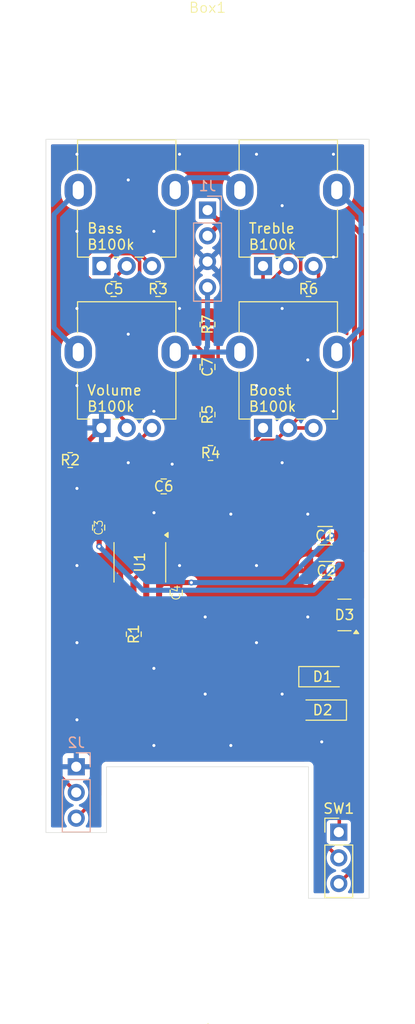
<source format=kicad_pcb>
(kicad_pcb (version 20241229) (generator "pcbnew") (generator_version "9.0")
  (layers (0 "F.Cu" jumper) (2 "B.Cu" signal) (13 "F.Paste" user) (15 "B.Paste" user) (5 "F.SilkS" user "F.Silkscreen") (7 "B.SilkS" user "B.Silkscreen") (1 "F.Mask" user) (3 "B.Mask" user) (25 "Edge.Cuts" user))
  (net 0 "")
  (net 1 "GND")
  (net 2 "Net-(C5-Pad1)")
  (net 3 "Net-(C5-Pad2)")
  (net 4 "Net-(D3-A)")
  (net 5 "+V")
  (net 6 "Net-(U1A--)")
  (net 7 "-V")
  (net 8 "IN")
  (net 9 "Net-(C7-Pad2)")
  (net 10 "OUT")
  (net 11 "Net-(R6-Pad1)")
  (net 12 "Net-(SW1-B)")
  (net 13 "Net-(R5-Pad1)")
  (net 14 "Net-(R7-Pad2)")
  (net 15 "Net-(D1-A)")
  (net 16 "OUT^{BAX}")
  (net 17 "IN^{TONE}")
  (net 18 "SHIELD")
  (footprint "Potentiometer_THT:Potentiometer_Alpha_RD901F-40-00D_Single_Vertical" (layer "F.Cu") (at 105.5 75.525 90)
    (property "Reference" "RV4" (hide yes))
    (property "Value" "Treble B100k" (hide yes))
    (fp_line (start 0.88 -2.38) (end 5.6 -2.38) (stroke (width 0.12)) (layer "F.SilkS"))
    (fp_line (start 9.41 -2.37) (end 12.47 -2.37) (stroke (width 0.12)) (layer "F.SilkS"))
    (fp_line (start 0.88 -1.19) (end 0.88 -2.37) (stroke (width 0.12)) (layer "F.SilkS"))
    (fp_line (start 0.88 1.71) (end 0.88 1.18) (stroke (width 0.12)) (layer "F.SilkS"))
    (fp_line (start 0.88 4.16) (end 0.88 3.33) (stroke (width 0.12)) (layer "F.SilkS"))
    (fp_line (start 12.47 7.37) (end 12.47 -2.37) (stroke (width 0.12)) (layer "F.SilkS"))
    (fp_line (start 9.41 7.37) (end 12.47 7.37) (stroke (width 0.12)) (layer "F.SilkS"))
    (fp_line (start 0.88 7.37) (end 0.88 5.88) (stroke (width 0.12)) (layer "F.SilkS"))
    (fp_line (start 0.88 7.37) (end 5.6 7.37) (stroke (width 0.12)) (layer "F.SilkS"))
    (pad "" thru_hole oval (at 7.5 -2.3 180) (size 2.72 3.24) (drill oval 1.1 1.8) (layers "*.Cu" "*.Mask"))
    (pad "" thru_hole oval (at 7.5 7.3 180) (size 2.72 3.24) (drill oval 1.1 1.8) (layers "*.Cu" "*.Mask"))
    (pad "1" thru_hole rect (at 0 0 180) (size 1.8 1.8) (drill 1) (layers "*.Cu" "*.Mask") (net 14 "Net-(R7-Pad2)"))
    (pad "2" thru_hole circle (at 0 2.5 180) (size 1.8 1.8) (drill 1) (layers "*.Cu" "*.Mask") (net 9 "Net-(C7-Pad2)"))
    (pad "3" thru_hole circle (at 0 5 180) (size 1.8 1.8) (drill 1) (layers "*.Cu" "*.Mask") (net 11 "Net-(R6-Pad1)"))
  )
  (footprint "Resistor_SMD:R_0805_2012Metric_Pad1.20x1.40mm_HandSolder" (layer "F.Cu") (at 92.7 111.9 90)
    (property "Reference" "R1" (at 0 0 90) (layer "F.SilkS"))
    (property "Value" "10k")
    (fp_line (start -0.227064 -0.735) (end 0.227064 -0.735) (stroke (width 0.12)) (layer "F.SilkS"))
    (fp_line (start -0.227064 0.735) (end 0.227064 0.735) (stroke (width 0.12)) (layer "F.SilkS"))
    (pad "1" smd roundrect (at -1 0 90) (size 1.2 1.4) (layers "F.Cu" "F.Mask" "F.Paste") (roundrect_rratio 0.208333) (net 8 "IN"))
    (pad "2" smd roundrect (at 1 0 90) (size 1.2 1.4) (layers "F.Cu" "F.Mask" "F.Paste") (roundrect_rratio 0.208333) (net 12 "Net-(SW1-B)"))
  )
  (footprint "Resistor_SMD:R_0805_2012Metric_Pad1.20x1.40mm_HandSolder" (layer "F.Cu") (at 100.3 94 180)
    (property "Reference" "R4" (at 0 0 0) (layer "F.SilkS"))
    (property "Value" "22k")
    (fp_line (start -0.227064 0.735) (end 0.227064 0.735) (stroke (width 0.12)) (layer "F.SilkS"))
    (fp_line (start -0.227064 -0.735) (end 0.227064 -0.735) (stroke (width 0.12)) (layer "F.SilkS"))
    (pad "1" smd roundrect (at -1 0 180) (size 1.2 1.4) (layers "F.Cu" "F.Mask" "F.Paste") (roundrect_rratio 0.208333) (net 16 "OUT^{BAX}"))
    (pad "2" smd roundrect (at 1 0 180) (size 1.2 1.4) (layers "F.Cu" "F.Mask" "F.Paste") (roundrect_rratio 0.208333) (net 3 "Net-(C5-Pad2)"))
  )
  (footprint "Mylib:1590A" (layer "F.Cu") (at 100 100)
    (property "Reference" "Box1" (at 0 -50 0) (layer "F.SilkS") (effects (font (thickness 0.1))))
    (property "Value" "1590A")
    (fp_line (start 0.05 50.375) (end 0.05 50.375) (stroke (width 0.1)) (layer "F.SilkS"))
  )
  (footprint "Resistor_SMD:R_0805_2012Metric_Pad1.20x1.40mm_HandSolder" (layer "F.Cu") (at 100 90.2 -90)
    (property "Reference" "R5" (at 0 0 90) (layer "F.SilkS"))
    (property "Value" "22k")
    (fp_line (start -0.227064 0.735) (end 0.227064 0.735) (stroke (width 0.12)) (layer "F.SilkS"))
    (fp_line (start -0.227064 -0.735) (end 0.227064 -0.735) (stroke (width 0.12)) (layer "F.SilkS"))
    (pad "1" smd roundrect (at -1 0 270) (size 1.2 1.4) (layers "F.Cu" "F.Mask" "F.Paste") (roundrect_rratio 0.208333) (net 13 "Net-(R5-Pad1)"))
    (pad "2" smd roundrect (at 1 0 270) (size 1.2 1.4) (layers "F.Cu" "F.Mask" "F.Paste") (roundrect_rratio 0.208333) (net 6 "Net-(U1A--)"))
  )
  (footprint "Resistor_SMD:R_0805_2012Metric_Pad1.20x1.40mm_HandSolder" (layer "F.Cu") (at 110 77.8 180)
    (property "Reference" "R6" (at 0 0 0) (layer "F.SilkS"))
    (property "Value" "10k")
    (fp_line (start -0.227064 0.735) (end 0.227064 0.735) (stroke (width 0.12)) (layer "F.SilkS"))
    (fp_line (start -0.227064 -0.735) (end 0.227064 -0.735) (stroke (width 0.12)) (layer "F.SilkS"))
    (pad "1" smd roundrect (at -1 0 180) (size 1.2 1.4) (layers "F.Cu" "F.Mask" "F.Paste") (roundrect_rratio 0.208333) (net 11 "Net-(R6-Pad1)"))
    (pad "2" smd roundrect (at 1 0 180) (size 1.2 1.4) (layers "F.Cu" "F.Mask" "F.Paste") (roundrect_rratio 0.208333) (net 17 "IN^{TONE}"))
  )
  (footprint "Resistor_SMD:R_0805_2012Metric_Pad1.20x1.40mm_HandSolder" (layer "F.Cu") (at 86.4 94.7)
    (property "Reference" "R2" (at 0 0 0) (layer "F.SilkS"))
    (property "Value" "12k")
    (fp_line (start -0.227064 -0.735) (end 0.227064 -0.735) (stroke (width 0.12)) (layer "F.SilkS"))
    (fp_line (start -0.227064 0.735) (end 0.227064 0.735) (stroke (width 0.12)) (layer "F.SilkS"))
    (pad "1" smd roundrect (at -1 0) (size 1.2 1.4) (layers "F.Cu" "F.Mask" "F.Paste") (roundrect_rratio 0.208333) (net 10 "OUT"))
    (pad "2" smd roundrect (at 1 0) (size 1.2 1.4) (layers "F.Cu" "F.Mask" "F.Paste") (roundrect_rratio 0.208333) (net 1 "GND"))
  )
  (footprint "Diode_SMD:D_SOD-123" (layer "F.Cu") (at 111.4 116.1)
    (property "Reference" "D1" (at 0 0 0) (layer "F.SilkS"))
    (property "Value" "BAT41Z")
    (fp_line (start -2.36 -1) (end -2.36 1) (stroke (width 0.12)) (layer "F.SilkS"))
    (fp_line (start -2.36 -1) (end 1.65 -1) (stroke (width 0.12)) (layer "F.SilkS"))
    (fp_line (start -2.36 1) (end 1.65 1) (stroke (width 0.12)) (layer "F.SilkS"))
    (pad "1" smd roundrect (at -1.65 0) (size 0.9 1.2) (layers "F.Cu" "F.Mask" "F.Paste") (net 17 "IN^{TONE}"))
    (pad "2" smd roundrect (at 1.65 0) (size 0.9 1.2) (layers "F.Cu" "F.Mask" "F.Paste") (net 15 "Net-(D1-A)"))
  )
  (footprint "Capacitor_SMD:C_0805_2012Metric_Pad1.18x1.45mm_HandSolder" (layer "F.Cu") (at 100 85.5 90)
    (property "Reference" "C7" (at 0 0 90) (layer "F.SilkS"))
    (property "Value" "560pF")
    (fp_line (start -0.261252 -0.735) (end 0.261252 -0.735) (stroke (width 0.12)) (layer "F.SilkS"))
    (fp_line (start -0.261252 0.735) (end 0.261252 0.735) (stroke (width 0.12)) (layer "F.SilkS"))
    (pad "1" smd roundrect (at -1.0375 0 90) (size 1.175 1.45) (layers "F.Cu" "F.Mask" "F.Paste") (roundrect_rratio 0.212766) (net 6 "Net-(U1A--)"))
    (pad "2" smd roundrect (at 1.0375 0 90) (size 1.175 1.45) (layers "F.Cu" "F.Mask" "F.Paste") (roundrect_rratio 0.212766) (net 9 "Net-(C7-Pad2)"))
  )
  (footprint "Resistor_SMD:R_0805_2012Metric_Pad1.20x1.40mm_HandSolder" (layer "F.Cu") (at 100 81.3 90)
    (property "Reference" "R7" (at 0 0 90) (layer "F.SilkS"))
    (property "Value" "10k")
    (fp_line (start -0.227064 -0.735) (end 0.227064 -0.735) (stroke (width 0.12)) (layer "F.SilkS"))
    (fp_line (start -0.227064 0.735) (end 0.227064 0.735) (stroke (width 0.12)) (layer "F.SilkS"))
    (pad "1" smd roundrect (at -1 0 90) (size 1.2 1.4) (layers "F.Cu" "F.Mask" "F.Paste") (roundrect_rratio 0.208333) (net 16 "OUT^{BAX}"))
    (pad "2" smd roundrect (at 1 0 90) (size 1.2 1.4) (layers "F.Cu" "F.Mask" "F.Paste") (roundrect_rratio 0.208333) (net 14 "Net-(R7-Pad2)"))
  )
  (footprint "Package_TO_SOT_SMD:SOT-23" (layer "F.Cu") (at 113.5625 110 180)
    (property "Reference" "D3" (at 0 0 0) (layer "F.SilkS"))
    (property "Value" "MMBD1203")
    (fp_line (start 0 1.56) (end 0.65 1.56) (stroke (width 0.12)) (layer "F.SilkS"))
    (fp_line (start 0 1.56) (end -0.65 1.56) (stroke (width 0.12)) (layer "F.SilkS"))
    (fp_line (start 0 -1.56) (end 0.65 -1.56) (stroke (width 0.12)) (layer "F.SilkS"))
    (fp_line (start 0 -1.56) (end -0.65 -1.56) (stroke (width 0.12)) (layer "F.SilkS"))
    (fp_poly (pts (xy -1.1625 -1.51) (xy -1.4025 -1.84) (xy -0.9225 -1.84)) (stroke (width 0.12)) (fill yes) (layer "F.SilkS"))
    (pad "1" smd roundrect (at -0.9375 -0.95 180) (size 1.475 0.6) (layers "F.Cu" "F.Mask" "F.Paste") (net 4 "Net-(D3-A)"))
    (pad "2" smd roundrect (at -0.9375 0.95 180) (size 1.475 0.6) (layers "F.Cu" "F.Mask" "F.Paste") (net 4 "Net-(D3-A)"))
    (pad "3" smd roundrect (at 0.9375 0 180) (size 1.475 0.6) (layers "F.Cu" "F.Mask" "F.Paste") (net 17 "IN^{TONE}"))
  )
  (footprint "Mylib:C_0704_1810Metric" (layer "F.Cu") (at 96.9 107.8 -90)
    (property "Reference" "C4" (at 0 0 90) (layer "F.SilkS") (effects (font (size 0.8 0.8) (thickness 0.1))))
    (property "Value" "0.1uF")
    (fp_line (start -0.25 0.6) (end 0.25 0.6) (stroke (width 0.12)) (layer "F.SilkS"))
    (fp_line (start -0.25 -0.6) (end 0.25 -0.6) (stroke (width 0.12)) (layer "F.SilkS"))
    (pad "1" smd roundrect (at -0.875 0 270) (size 0.9 1.25) (layers "F.Cu" "F.Mask" "F.Paste") (roundrect_rratio 0.2) (net 5 "+V"))
    (pad "2" smd roundrect (at 0.875 0 270) (size 0.9 1.25) (layers "F.Cu" "F.Mask" "F.Paste") (roundrect_rratio 0.2) (net 1 "GND"))
  )
  (footprint "Capacitor_SMD:C_0805_2012Metric_Pad1.18x1.45mm_HandSolder" (layer "F.Cu") (at 90.7 77.8 180)
    (property "Reference" "C5" (at 0 0 0) (layer "F.SilkS"))
    (property "Value" "47nF")
    (fp_line (start -0.261252 0.735) (end 0.261252 0.735) (stroke (width 0.12)) (layer "F.SilkS"))
    (fp_line (start -0.261252 -0.735) (end 0.261252 -0.735) (stroke (width 0.12)) (layer "F.SilkS"))
    (pad "1" smd roundrect (at -1.0375 0 180) (size 1.175 1.45) (layers "F.Cu" "F.Mask" "F.Paste") (roundrect_rratio 0.212766) (net 2 "Net-(C5-Pad1)"))
    (pad "2" smd roundrect (at 1.0375 0 180) (size 1.175 1.45) (layers "F.Cu" "F.Mask" "F.Paste") (roundrect_rratio 0.212766) (net 3 "Net-(C5-Pad2)"))
  )
  (footprint "Resistor_SMD:R_0805_2012Metric_Pad1.20x1.40mm_HandSolder" (layer "F.Cu") (at 95.1 77.8)
    (property "Reference" "R3" (at 0 0 0) (layer "F.SilkS"))
    (property "Value" "22k")
    (fp_line (start -0.227064 -0.735) (end 0.227064 -0.735) (stroke (width 0.12)) (layer "F.SilkS"))
    (fp_line (start -0.227064 0.735) (end 0.227064 0.735) (stroke (width 0.12)) (layer "F.SilkS"))
    (pad "1" smd roundrect (at -1 0) (size 1.2 1.4) (layers "F.Cu" "F.Mask" "F.Paste") (roundrect_rratio 0.208333) (net 2 "Net-(C5-Pad1)"))
    (pad "2" smd roundrect (at 1 0) (size 1.2 1.4) (layers "F.Cu" "F.Mask" "F.Paste") (roundrect_rratio 0.208333) (net 17 "IN^{TONE}"))
  )
  (footprint "Mylib:C_0704_1810Metric" (layer "F.Cu") (at 89.22 101.37 90)
    (property "Reference" "C3" (at 0 0 90) (layer "F.SilkS") (effects (font (size 0.8 0.8) (thickness 0.1))))
    (property "Value" "0.1uF")
    (fp_line (start -0.25 -0.6) (end 0.25 -0.6) (stroke (width 0.12)) (layer "F.SilkS"))
    (fp_line (start -0.25 0.6) (end 0.25 0.6) (stroke (width 0.12)) (layer "F.SilkS"))
    (pad "1" smd roundrect (at -0.875 0 90) (size 0.9 1.25) (layers "F.Cu" "F.Mask" "F.Paste") (roundrect_rratio 0.2) (net 7 "-V"))
    (pad "2" smd roundrect (at 0.875 0 90) (size 0.9 1.25) (layers "F.Cu" "F.Mask" "F.Paste") (roundrect_rratio 0.2) (net 1 "GND"))
  )
  (footprint "Potentiometer_THT:Potentiometer_Alpha_RD901F-40-00D_Single_Vertical" (layer "F.Cu") (at 105.5 91.525 90)
    (property "Reference" "RV2" (hide yes))
    (property "Value" "Boost B100k" (hide yes))
    (fp_line (start 0.88 -2.38) (end 5.6 -2.38) (stroke (width 0.12)) (layer "F.SilkS"))
    (fp_line (start 9.41 -2.37) (end 12.47 -2.37) (stroke (width 0.12)) (layer "F.SilkS"))
    (fp_line (start 0.88 -1.19) (end 0.88 -2.37) (stroke (width 0.12)) (layer "F.SilkS"))
    (fp_line (start 0.88 1.71) (end 0.88 1.18) (stroke (width 0.12)) (layer "F.SilkS"))
    (fp_line (start 0.88 4.16) (end 0.88 3.33) (stroke (width 0.12)) (layer "F.SilkS"))
    (fp_line (start 12.47 7.37) (end 12.47 -2.37) (stroke (width 0.12)) (layer "F.SilkS"))
    (fp_line (start 9.41 7.37) (end 12.47 7.37) (stroke (width 0.12)) (layer "F.SilkS"))
    (fp_line (start 0.88 7.37) (end 0.88 5.88) (stroke (width 0.12)) (layer "F.SilkS"))
    (fp_line (start 0.88 7.37) (end 5.6 7.37) (stroke (width 0.12)) (layer "F.SilkS"))
    (pad "" thru_hole oval (at 7.5 -2.3 180) (size 2.72 3.24) (drill oval 1.1 1.8) (layers "*.Cu" "*.Mask") (net 18 "SHIELD"))
    (pad "" thru_hole oval (at 7.5 7.3 180) (size 2.72 3.24) (drill oval 1.1 1.8) (layers "*.Cu" "*.Mask"))
    (pad "1" thru_hole rect (at 0 0 180) (size 1.8 1.8) (drill 1) (layers "*.Cu" "*.Mask") (net 12 "Net-(SW1-B)"))
    (pad "2" thru_hole circle (at 0 2.5 180) (size 1.8 1.8) (drill 1) (layers "*.Cu" "*.Mask") (net 17 "IN^{TONE}"))
    (pad "3" thru_hole circle (at 0 5 180) (size 1.8 1.8) (drill 1) (layers "*.Cu" "*.Mask") (net 17 "IN^{TONE}"))
  )
  (footprint "Capacitor_SMD:C_0805_2012Metric_Pad1.18x1.45mm_HandSolder" (layer "F.Cu") (at 95.6625 97.3)
    (property "Reference" "C6" (at 0 0 0) (layer "F.SilkS"))
    (property "Value" "10pF")
    (fp_line (start -0.261252 -0.735) (end 0.261252 -0.735) (stroke (width 0.12)) (layer "F.SilkS"))
    (fp_line (start -0.261252 0.735) (end 0.261252 0.735) (stroke (width 0.12)) (layer "F.SilkS"))
    (pad "1" smd roundrect (at -1.0375 0) (size 1.175 1.45) (layers "F.Cu" "F.Mask" "F.Paste") (roundrect_rratio 0.212766) (net 16 "OUT^{BAX}"))
    (pad "2" smd roundrect (at 1.0375 0) (size 1.175 1.45) (layers "F.Cu" "F.Mask" "F.Paste") (roundrect_rratio 0.212766) (net 6 "Net-(U1A--)"))
  )
  (footprint "Potentiometer_THT:Potentiometer_Alpha_RD901F-40-00D_Single_Vertical" (layer "F.Cu") (at 89.5 75.525 90)
    (property "Reference" "RV3" (hide yes))
    (property "Value" "Bass B100k" (hide yes))
    (fp_line (start 0.88 -2.38) (end 5.6 -2.38) (stroke (width 0.12)) (layer "F.SilkS"))
    (fp_line (start 9.41 -2.37) (end 12.47 -2.37) (stroke (width 0.12)) (layer "F.SilkS"))
    (fp_line (start 0.88 -1.19) (end 0.88 -2.37) (stroke (width 0.12)) (layer "F.SilkS"))
    (fp_line (start 0.88 1.71) (end 0.88 1.18) (stroke (width 0.12)) (layer "F.SilkS"))
    (fp_line (start 0.88 4.16) (end 0.88 3.33) (stroke (width 0.12)) (layer "F.SilkS"))
    (fp_line (start 12.47 7.37) (end 12.47 -2.37) (stroke (width 0.12)) (layer "F.SilkS"))
    (fp_line (start 9.41 7.37) (end 12.47 7.37) (stroke (width 0.12)) (layer "F.SilkS"))
    (fp_line (start 0.88 7.37) (end 0.88 5.88) (stroke (width 0.12)) (layer "F.SilkS"))
    (fp_line (start 0.88 7.37) (end 5.6 7.37) (stroke (width 0.12)) (layer "F.SilkS"))
    (pad "" thru_hole oval (at 7.5 -2.3 180) (size 2.72 3.24) (drill oval 1.1 1.8) (layers "*.Cu" "*.Mask"))
    (pad "" thru_hole oval (at 7.5 7.3 180) (size 2.72 3.24) (drill oval 1.1 1.8) (layers "*.Cu" "*.Mask"))
    (pad "1" thru_hole rect (at 0 0 180) (size 1.8 1.8) (drill 1) (layers "*.Cu" "*.Mask") (net 2 "Net-(C5-Pad1)"))
    (pad "2" thru_hole circle (at 0 2.5 180) (size 1.8 1.8) (drill 1) (layers "*.Cu" "*.Mask") (net 13 "Net-(R5-Pad1)"))
    (pad "3" thru_hole circle (at 0 5 180) (size 1.8 1.8) (drill 1) (layers "*.Cu" "*.Mask") (net 3 "Net-(C5-Pad2)"))
  )
  (footprint "Diode_SMD:D_SOD-123" (layer "F.Cu") (at 111.4 119.4 180)
    (property "Reference" "D2" (at 0 0 0) (layer "F.SilkS"))
    (property "Value" "BAT41Z")
    (fp_line (start -2.36 1) (end 1.65 1) (stroke (width 0.12)) (layer "F.SilkS"))
    (fp_line (start -2.36 -1) (end 1.65 -1) (stroke (width 0.12)) (layer "F.SilkS"))
    (fp_line (start -2.36 -1) (end -2.36 1) (stroke (width 0.12)) (layer "F.SilkS"))
    (pad "1" smd roundrect (at -1.65 0 180) (size 0.9 1.2) (layers "F.Cu" "F.Mask" "F.Paste") (net 15 "Net-(D1-A)"))
    (pad "2" smd roundrect (at 1.65 0 180) (size 0.9 1.2) (layers "F.Cu" "F.Mask" "F.Paste") (net 17 "IN^{TONE}"))
  )
  (footprint "Capacitor_SMD:C_1206_3216Metric_Pad1.33x1.80mm_HandSolder" (layer "F.Cu") (at 111.77 105.63 180)
    (property "Reference" "C2" (at 0 0 0) (layer "F.SilkS"))
    (property "Value" "22uF")
    (fp_line (start -0.711252 0.91) (end 0.711252 0.91) (stroke (width 0.12)) (layer "F.SilkS"))
    (fp_line (start -0.711252 -0.91) (end 0.711252 -0.91) (stroke (width 0.12)) (layer "F.SilkS"))
    (pad "1" smd roundrect (at -1.5625 0 180) (size 1.325 1.8) (layers "F.Cu" "F.Mask" "F.Paste") (roundrect_rratio 0.188679) (net 7 "-V"))
    (pad "2" smd roundrect (at 1.5625 0 180) (size 1.325 1.8) (layers "F.Cu" "F.Mask" "F.Paste") (roundrect_rratio 0.188679) (net 1 "GND"))
  )
  (footprint "Capacitor_SMD:C_1206_3216Metric_Pad1.33x1.80mm_HandSolder" (layer "F.Cu") (at 111.64 102.17 180)
    (property "Reference" "C1" (at 0 0 0) (layer "F.SilkS"))
    (property "Value" "22uF")
    (fp_line (start -0.711252 0.91) (end 0.711252 0.91) (stroke (width 0.12)) (layer "F.SilkS"))
    (fp_line (start -0.711252 -0.91) (end 0.711252 -0.91) (stroke (width 0.12)) (layer "F.SilkS"))
    (pad "1" smd roundrect (at -1.5625 0 180) (size 1.325 1.8) (layers "F.Cu" "F.Mask" "F.Paste") (roundrect_rratio 0.188679) (net 5 "+V"))
    (pad "2" smd roundrect (at 1.5625 0 180) (size 1.325 1.8) (layers "F.Cu" "F.Mask" "F.Paste") (roundrect_rratio 0.188679) (net 1 "GND"))
  )
  (footprint "Connector_PinHeader_2.54mm:PinHeader_1x03_P2.54mm_Vertical" (layer "F.Cu") (at 113 131.46)
    (property "Reference" "SW1" (at 0 -2.33 0) (layer "F.SilkS"))
    (property "Value" "ON-OFF-ON")
    (fp_line (start -1.38 -1.38) (end 0 -1.38) (stroke (width 0.12)) (layer "F.SilkS"))
    (fp_line (start -1.38 0) (end -1.38 -1.38) (stroke (width 0.12)) (layer "F.SilkS"))
    (fp_line (start -1.38 1.27) (end -1.38 6.46) (stroke (width 0.12)) (layer "F.SilkS"))
    (fp_line (start -1.38 1.27) (end 1.38 1.27) (stroke (width 0.12)) (layer "F.SilkS"))
    (fp_line (start -1.38 6.46) (end 1.38 6.46) (stroke (width 0.12)) (layer "F.SilkS"))
    (fp_line (start 1.38 1.27) (end 1.38 6.46) (stroke (width 0.12)) (layer "F.SilkS"))
    (pad "1" thru_hole rect (at 0 0) (size 1.7 1.7) (drill 1) (layers "*.Cu" "*.Mask") (net 15 "Net-(D1-A)"))
    (pad "2" thru_hole circle (at 0 2.54) (size 1.7 1.7) (drill 1) (layers "*.Cu" "*.Mask") (net 12 "Net-(SW1-B)"))
    (pad "3" thru_hole circle (at 0 5.08) (size 1.7 1.7) (drill 1) (layers "*.Cu" "*.Mask") (net 4 "Net-(D3-A)"))
  )
  (footprint "Potentiometer_THT:Potentiometer_Alpha_RD901F-40-00D_Single_Vertical" (layer "F.Cu") (at 89.5 91.525 90)
    (property "Reference" "RV1" (hide yes))
    (property "Value" "Volume B100k")
    (fp_line (start 0.88 -2.38) (end 5.6 -2.38) (stroke (width 0.12)) (layer "F.SilkS"))
    (fp_line (start 9.41 -2.37) (end 12.47 -2.37) (stroke (width 0.12)) (layer "F.SilkS"))
    (fp_line (start 0.88 -1.19) (end 0.88 -2.37) (stroke (width 0.12)) (layer "F.SilkS"))
    (fp_line (start 0.88 1.71) (end 0.88 1.18) (stroke (width 0.12)) (layer "F.SilkS"))
    (fp_line (start 0.88 4.16) (end 0.88 3.33) (stroke (width 0.12)) (layer "F.SilkS"))
    (fp_line (start 12.47 7.37) (end 12.47 -2.37) (stroke (width 0.12)) (layer "F.SilkS"))
    (fp_line (start 9.41 7.37) (end 12.47 7.37) (stroke (width 0.12)) (layer "F.SilkS"))
    (fp_line (start 0.88 7.37) (end 0.88 5.88) (stroke (width 0.12)) (layer "F.SilkS"))
    (fp_line (start 0.88 7.37) (end 5.6 7.37) (stroke (width 0.12)) (layer "F.SilkS"))
    (pad "" thru_hole oval (at 7.5 -2.3 180) (size 2.72 3.24) (drill oval 1.1 1.8) (layers "*.Cu" "*.Mask"))
    (pad "" thru_hole oval (at 7.5 7.3 180) (size 2.72 3.24) (drill oval 1.1 1.8) (layers "*.Cu" "*.Mask") (net 18 "SHIELD"))
    (pad "1" thru_hole rect (at 0 0 180) (size 1.8 1.8) (drill 1) (layers "*.Cu" "*.Mask") (net 1 "GND"))
    (pad "2" thru_hole circle (at 0 2.5 180) (size 1.8 1.8) (drill 1) (layers "*.Cu" "*.Mask") (net 10 "OUT"))
    (pad "3" thru_hole circle (at 0 5 180) (size 1.8 1.8) (drill 1) (layers "*.Cu" "*.Mask") (net 16 "OUT^{BAX}"))
  )
  (footprint "Package_SO:SOIC-8_3.9x4.9mm_P1.27mm" (layer "F.Cu") (at 93.3 104.8 -90)
    (property "Reference" "U1" (at 0 0 90) (layer "F.SilkS"))
    (property "Value" "OPA1656")
    (fp_line (start 0 2.56) (end -1.95 2.56) (stroke (width 0.12)) (layer "F.SilkS"))
    (fp_line (start 0 2.56) (end 1.95 2.56) (stroke (width 0.12)) (layer "F.SilkS"))
    (fp_line (start 0 -2.56) (end -1.95 -2.56) (stroke (width 0.12)) (layer "F.SilkS"))
    (fp_line (start 0 -2.56) (end 1.95 -2.56) (stroke (width 0.12)) (layer "F.SilkS"))
    (fp_poly (pts (xy -2.7 -2.465) (xy -2.94 -2.795) (xy -2.46 -2.795)) (stroke (width 0.12)) (fill yes) (layer "F.SilkS"))
    (pad "1" smd roundrect (at -2.475 -1.905 270) (size 1.95 0.6) (layers "F.Cu" "F.Mask" "F.Paste") (net 16 "OUT^{BAX}"))
    (pad "2" smd roundrect (at -2.475 -0.635 270) (size 1.95 0.6) (layers "F.Cu" "F.Mask" "F.Paste") (net 6 "Net-(U1A--)"))
    (pad "3" smd roundrect (at -2.475 0.635 270) (size 1.95 0.6) (layers "F.Cu" "F.Mask" "F.Paste") (net 1 "GND"))
    (pad "4" smd roundrect (at -2.475 1.905 270) (size 1.95 0.6) (layers "F.Cu" "F.Mask" "F.Paste") (net 7 "-V"))
    (pad "5" smd roundrect (at 2.475 1.905 270) (size 1.95 0.6) (layers "F.Cu" "F.Mask" "F.Paste") (net 1 "GND"))
    (pad "6" smd roundrect (at 2.475 0.635 270) (size 1.95 0.6) (layers "F.Cu" "F.Mask" "F.Paste") (net 12 "Net-(SW1-B)"))
    (pad "7" smd roundrect (at 2.475 -0.635 270) (size 1.95 0.6) (layers "F.Cu" "F.Mask" "F.Paste") (net 17 "IN^{TONE}"))
    (pad "8" smd roundrect (at 2.475 -1.905 270) (size 1.95 0.6) (layers "F.Cu" "F.Mask" "F.Paste") (net 5 "+V"))
  )
  (footprint "Connector_PinHeader_2.54mm:PinHeader_1x03_P2.54mm_Vertical" (layer "B.Cu") (at 87 125 180)
    (property "Reference" "J2" (at 0 2.38 0) (layer "B.SilkS") (effects (justify mirror)))
    (property "Value" "Conn_01x03_Pin")
    (fp_line (start 1.38 -1.27) (end 1.38 -6.46) (stroke (width 0.12)) (layer "B.SilkS"))
    (fp_line (start -1.38 1.38) (end 0 1.38) (stroke (width 0.12)) (layer "B.SilkS"))
    (fp_line (start -1.38 0) (end -1.38 1.38) (stroke (width 0.12)) (layer "B.SilkS"))
    (fp_line (start -1.38 -1.27) (end 1.38 -1.27) (stroke (width 0.12)) (layer "B.SilkS"))
    (fp_line (start -1.38 -1.27) (end -1.38 -6.46) (stroke (width 0.12)) (layer "B.SilkS"))
    (fp_line (start -1.38 -6.46) (end 1.38 -6.46) (stroke (width 0.12)) (layer "B.SilkS"))
    (pad "1" thru_hole rect (at 0 0 180) (size 1.7 1.7) (drill 1) (layers "*.Cu" "*.Mask") (net 1 "GND"))
    (pad "2" thru_hole circle (at 0 -2.54 180) (size 1.7 1.7) (drill 1) (layers "*.Cu" "*.Mask") (net 10 "OUT"))
    (pad "3" thru_hole circle (at 0 -5.08 180) (size 1.7 1.7) (drill 1) (layers "*.Cu" "*.Mask") (net 8 "IN"))
  )
  (footprint "Connector_PinHeader_2.54mm:PinHeader_1x04_P2.54mm_Vertical" (layer "B.Cu") (at 100 70 180)
    (property "Reference" "J1" (at 0 2.38 0) (layer "B.SilkS") (effects (justify mirror)))
    (property "Value" "Conn_01x04_Pin")
    (fp_line (start 1.38 -1.27) (end 1.38 -9) (stroke (width 0.12)) (layer "B.SilkS"))
    (fp_line (start -1.38 1.38) (end 0 1.38) (stroke (width 0.12)) (layer "B.SilkS"))
    (fp_line (start -1.38 0) (end -1.38 1.38) (stroke (width 0.12)) (layer "B.SilkS"))
    (fp_line (start -1.38 -1.27) (end 1.38 -1.27) (stroke (width 0.12)) (layer "B.SilkS"))
    (fp_line (start -1.38 -1.27) (end -1.38 -9) (stroke (width 0.12)) (layer "B.SilkS"))
    (fp_line (start -1.38 -9) (end 1.38 -9) (stroke (width 0.12)) (layer "B.SilkS"))
    (pad "1" thru_hole rect (at 0 0 180) (size 1.7 1.7) (drill 1) (layers "*.Cu" "*.Mask") (net 7 "-V"))
    (pad "2" thru_hole circle (at 0 -2.54 180) (size 1.7 1.7) (drill 1) (layers "*.Cu" "*.Mask") (net 5 "+V"))
    (pad "3" thru_hole circle (at 0 -5.08 180) (size 1.7 1.7) (drill 1) (layers "*.Cu" "*.Mask") (net 1 "GND"))
    (pad "4" thru_hole circle (at 0 -7.62 180) (size 1.7 1.7) (drill 1) (layers "*.Cu" "*.Mask") (net 18 "SHIELD"))
  )
  (gr_line (start 116 138) (end 116 63) (stroke (width 0.05)) (layer "Edge.Cuts"))
  (gr_line (start 84 131.5) (end 90 131.5) (stroke (width 0.05)) (layer "Edge.Cuts"))
  (gr_line (start 116 63) (end 84 63) (stroke (width 0.05)) (layer "Edge.Cuts"))
  (gr_line (start 90 125) (end 110 125) (stroke (width 0.05)) (layer "Edge.Cuts"))
  (gr_line (start 110 138) (end 116 138) (stroke (width 0.05)) (layer "Edge.Cuts"))
  (gr_line (start 90 131.5) (end 90 125) (stroke (width 0.05)) (layer "Edge.Cuts"))
  (gr_line (start 84 63) (end 84 131.5) (stroke (width 0.05)) (layer "Edge.Cuts"))
  (gr_line (start 110 125) (end 110 138) (stroke (width 0.05)) (layer "Edge.Cuts"))
  (gr_text "Treble\nB100k" (at 104 74 0) (layer "F.SilkS") (effects (font (size 1 1)) (justify left bottom)))
  (gr_text "Bass\nB100k" (at 88 74 0) (layer "F.SilkS") (effects (font (size 1 1)) (justify left bottom)))
  (gr_text "Boost\nB100k" (at 104 90 0) (layer "F.SilkS") (effects (font (size 1 1)) (justify left bottom)))
  (gr_text "Volume\nB100k" (at 88 90 0) (layer "F.SilkS") (effects (font (size 1 1)) (justify left bottom)))
  (segment (start 96.8 68.025) (end 98.025 66.8) (width 0.5) (layer "B.Cu") (net 0))
  (segment (start 87.2 68.025) (end 84.8 70.425) (width 0.5) (layer "B.Cu") (net 0))
  (segment (start 101.975 66.8) (end 103.2 68.025) (width 0.5) (layer "B.Cu") (net 0))
  (segment (start 98.025 66.8) (end 101.975 66.8) (width 0.5) (layer "B.Cu") (net 0))
  (segment (start 84.8 81.625) (end 87.2 84.025) (width 0.5) (layer "B.Cu") (net 0))
  (segment (start 112.8 68.025) (end 115.2 70.425) (width 0.5) (layer "B.Cu") (net 0))
  (segment (start 84.8 70.425) (end 84.8 81.625) (width 0.5) (layer "B.Cu") (net 0))
  (segment (start 115.2 70.425) (end 115.2 81.625) (width 0.5) (layer "B.Cu") (net 0))
  (segment (start 115.2 81.625) (end 112.8 84.025) (width 0.5) (layer "B.Cu") (net 0))
  (segment (start 91.395 107.275) (end 91.395 106.505) (width 0.5) (layer "F.Cu") (net 1))
  (segment (start 87.4 93.625) (end 89.5 91.525) (width 0.5) (layer "F.Cu") (net 1))
  (segment (start 87.4 94.7) (end 87.4 93.625) (width 0.5) (layer "F.Cu") (net 1))
  (via (at 92.15 94.9595) (size 0.6) (drill 0.3) (layers "F.Cu" "B.Cu") (net 1))
  (via (at 104.85 112.7395) (size 0.6) (drill 0.3) (layers "F.Cu" "B.Cu") (net 1))
  (via (at 94.69 122.8995) (size 0.6) (drill 0.3) (layers "F.Cu" "B.Cu") (net 1))
  (via (at 94.7 99.9) (size 0.6) (drill 0.3) (layers "F.Cu" "B.Cu") (net 1))
  (via (at 107.39 69.5595) (size 0.6) (drill 0.3) (layers "F.Cu" "B.Cu") (net 1))
  (via (at 109.93 84.7995) (size 0.6) (drill 0.3) (layers "F.Cu" "B.Cu") (net 1))
  (via (at 109.93 110.1995) (size 0.6) (drill 0.3) (layers "F.Cu" "B.Cu") (net 1))
  (via (at 109.93 100.0395) (size 0.6) (drill 0.3) (layers "F.Cu" "B.Cu") (net 1))
  (via (at 112.47 74.6395) (size 0.6) (drill 0.3) (layers "F.Cu" "B.Cu") (net 1))
  (via (at 97.23 105.1195) (size 0.6) (drill 0.3) (layers "F.Cu" "B.Cu") (net 1))
  (via (at 96.5 95.1) (size 0.6) (drill 0.3) (layers "F.Cu" "B.Cu") (net 1))
  (via (at 97.23 64.4795) (size 0.6) (drill 0.3) (layers "F.Cu" "B.Cu") (net 1))
  (via (at 94.69 115.2795) (size 0.6) (drill 0.3) (layers "F.Cu" "B.Cu") (net 1))
  (via (at 97.23 79.7195) (size 0.6) (drill 0.3) (layers "F.Cu" "B.Cu") (net 1))
  (via (at 104.85 87.3395) (size 0.6) (drill 0.3) (layers "F.Cu" "B.Cu") (net 1))
  (via (at 112.47 89.8795) (size 0.6) (drill 0.3) (layers "F.Cu" "B.Cu") (net 1))
  (via (at 112.47 64.4795) (size 0.6) (drill 0.3) (layers "F.Cu" "B.Cu") (net 1))
  (via (at 104.85 64.4795) (size 0.6) (drill 0.3) (layers "F.Cu" "B.Cu") (net 1))
  (via (at 87.07 87.3395) (size 0.6) (drill 0.3) (layers "F.Cu" "B.Cu") (net 1))
  (via (at 92.15 67.0195) (size 0.6) (drill 0.3) (layers "F.Cu" "B.Cu") (net 1))
  (via (at 107.39 94.9595) (size 0.6) (drill 0.3) (layers "F.Cu" "B.Cu") (net 1))
  (via (at 94.69 72.0995) (size 0.6) (drill 0.3) (layers "F.Cu" "B.Cu") (net 1))
  (via (at 87.07 72.0995) (size 0.6) (drill 0.3) (layers "F.Cu" "B.Cu") (net 1))
  (via (at 87.07 120.3595) (size 0.6) (drill 0.3) (layers "F.Cu" "B.Cu") (net 1))
  (via (at 87.07 79.7195) (size 0.6) (drill 0.3) (layers "F.Cu" "B.Cu") (net 1))
  (via (at 111.31 122.54) (size 0.6) (drill 0.3) (layers "F.Cu" "B.Cu") (net 1))
  (via (at 99.77 110.1995) (size 0.6) (drill 0.3) (layers "F.Cu" "B.Cu") (net 1))
  (via (at 104.85 105.1195) (size 0.6) (drill 0.3) (layers "F.Cu" "B.Cu") (net 1))
  (via (at 87.07 112.7395) (size 0.6) (drill 0.3) (layers "F.Cu" "B.Cu") (net 1))
  (via (at 87.07 105.1195) (size 0.6) (drill 0.3) (layers "F.Cu" "B.Cu") (net 1))
  (via (at 102.31 100.0395) (size 0.6) (drill 0.3) (layers "F.Cu" "B.Cu") (net 1))
  (via (at 99.77 117.8195) (size 0.6) (drill 0.3) (layers "F.Cu" "B.Cu") (net 1))
  (via (at 92.15 82.2595) (size 0.6) (drill 0.3) (layers "F.Cu" "B.Cu") (net 1))
  (via (at 107.39 79.7195) (size 0.6) (drill 0.3) (layers "F.Cu" "B.Cu") (net 1))
  (via (at 107.39 117.8195) (size 0.6) (drill 0.3) (layers "F.Cu" "B.Cu") (net 1))
  (via (at 94.69 89.8795) (size 0.6) (drill 0.3) (layers "F.Cu" "B.Cu") (net 1))
  (via (at 87.07 97.4995) (size 0.6) (drill 0.3) (layers "F.Cu" "B.Cu") (net 1))
  (via (at 87.07 64.4795) (size 0.6) (drill 0.3) (layers "F.Cu" "B.Cu") (net 1))
  (via (at 102.31 122.8995) (size 0.6) (drill 0.3) (layers "F.Cu" "B.Cu") (net 1))
  (segment (start 93.275 76.975) (end 93.275 75.067588) (width 0.35) (layer "F.Cu") (net 2))
  (segment (start 90.725 74.3) (end 89.5 75.525) (width 0.35) (layer "F.Cu") (net 2))
  (segment (start 92.507412 74.3) (end 90.725 74.3) (width 0.35) (layer "F.Cu") (net 2))
  (segment (start 93.275 75.067588) (end 92.507412 74.3) (width 0.35) (layer "F.Cu") (net 2))
  (segment (start 91.7375 77.8) (end 94.1 77.8) (width 0.35) (layer "F.Cu") (net 2))
  (segment (start 94.1 77.8) (end 93.275 76.975) (width 0.35) (layer "F.Cu") (net 2))
  (segment (start 87.3 75.775) (end 87.3 75.275) (width 0.35) (layer "F.Cu") (net 3))
  (segment (start 98.925 93.625) (end 98.925 91.4) (width 0.35) (layer "F.Cu") (net 3))
  (segment (start 89.325 77.8) (end 87.3 75.775) (width 0.35) (layer "F.Cu") (net 3))
  (segment (start 92.675 73.7) (end 94.5 75.525) (width 0.35) (layer "F.Cu") (net 3))
  (segment (start 88.875 73.7) (end 92.675 73.7) (width 0.35) (layer "F.Cu") (net 3))
  (segment (start 98.925 91.4) (end 89.6625 82.1375) (width 0.35) (layer "F.Cu") (net 3))
  (segment (start 89.6625 82.1375) (end 89.6625 77.8) (width 0.35) (layer "F.Cu") (net 3))
  (segment (start 87.3 75.275) (end 88.875 73.7) (width 0.35) (layer "F.Cu") (net 3))
  (segment (start 114.5 109.05) (end 114.5 110.95) (width 0.35) (layer "F.Cu") (net 4))
  (segment (start 114.5 110.95) (end 114.5 135.04) (width 0.35) (layer "F.Cu") (net 4))
  (segment (start 114.5 135.04) (end 113 136.54) (width 0.35) (layer "F.Cu") (net 4))
  (segment (start 95.58 106.9) (end 96.875 106.9) (width 0.5) (layer "F.Cu") (net 5))
  (segment (start 113.530762 71.59) (end 114.56 72.619238) (width 0.5) (layer "F.Cu") (net 5))
  (segment (start 95.205 107.275) (end 95.58 106.9) (width 0.5) (layer "F.Cu") (net 5))
  (segment (start 114.56 72.619238) (end 114.56 100.8125) (width 0.5) (layer "F.Cu") (net 5))
  (segment (start 112.3 102.17) (end 112.29 102.16) (width 0.5) (layer "F.Cu") (net 5))
  (segment (start 100.95 71.59) (end 113.530762 71.59) (width 0.5) (layer "F.Cu") (net 5))
  (segment (start 98.4 106.8) (end 97.025 106.8) (width 0.5) (layer "F.Cu") (net 5))
  (segment (start 113.2025 102.17) (end 112.3 102.17) (width 0.5) (layer "F.Cu") (net 5))
  (segment (start 100 72.54) (end 100.95 71.59) (width 0.5) (layer "F.Cu") (net 5))
  (segment (start 114.56 100.8125) (end 113.2025 102.17) (width 0.5) (layer "F.Cu") (net 5))
  (via (at 112.29 102.16) (size 0.6) (drill 0.3) (layers "F.Cu" "B.Cu") (net 5))
  (via (at 98.4 106.8) (size 0.6) (drill 0.3) (layers "F.Cu" "B.Cu") (net 5))
  (segment (start 112.29 102.16) (end 107.65 106.8) (width 0.5) (layer "B.Cu") (net 5))
  (segment (start 107.65 106.8) (end 98.4 106.8) (width 0.5) (layer "B.Cu") (net 5))
  (segment (start 100.3 93.2) (end 100 92.9) (width 0.35) (layer "F.Cu") (net 6))
  (segment (start 101.025 90.175) (end 101.025 87.5625) (width 0.35) (layer "F.Cu") (net 6))
  (segment (start 100.3 95.6) (end 100.3 93.2) (width 0.35) (layer "F.Cu") (net 6))
  (segment (start 98.2 97.7) (end 100.3 95.6) (width 0.35) (layer "F.Cu") (net 6))
  (segment (start 100 92.9) (end 100 91.2) (width 0.35) (layer "F.Cu") (net 6))
  (segment (start 96.7 97.3) (end 97.8 97.3) (width 0.35) (layer "F.Cu") (net 6))
  (segment (start 94.875 101.025) (end 98.2 97.7) (width 0.35) (layer "F.Cu") (net 6))
  (segment (start 94.854092 101.025) (end 94.875 101.025) (width 0.35) (layer "F.Cu") (net 6))
  (segment (start 93.935 101.944092) (end 94.854092 101.025) (width 0.35) (layer "F.Cu") (net 6))
  (segment (start 101.025 87.5625) (end 100 86.5375) (width 0.35) (layer "F.Cu") (net 6))
  (segment (start 97.8 97.3) (end 98.2 97.7) (width 0.35) (layer "F.Cu") (net 6))
  (segment (start 100 91.2) (end 101.025 90.175) (width 0.35) (layer "F.Cu") (net 6))
  (segment (start 115.25 103.7125) (end 113.3325 105.63) (width 0.5) (layer "F.Cu") (net 7))
  (segment (start 89.22 102.245) (end 91.315 102.245) (width 0.5) (layer "F.Cu") (net 7))
  (segment (start 100 70) (end 100.94 70.94) (width 0.5) (layer "F.Cu") (net 7))
  (segment (start 89.27 103.23) (end 89.27 102.295) (width 0.5) (layer "F.Cu") (net 7))
  (segment (start 113.3325 105.63) (end 112.42 105.63) (width 0.5) (layer "F.Cu") (net 7))
  (segment (start 91.315 102.245) (end 91.395 102.325) (width 0.5) (layer "F.Cu") (net 7))
  (segment (start 115.25 72.39) (end 115.25 103.7125) (width 0.5) (layer "F.Cu") (net 7))
  (segment (start 113.8 70.94) (end 115.25 72.39) (width 0.5) (layer "F.Cu") (net 7))
  (segment (start 100.94 70.94) (end 113.8 70.94) (width 0.5) (layer "F.Cu") (net 7))
  (via (at 89.27 103.23) (size 0.6) (drill 0.3) (layers "F.Cu" "B.Cu") (net 7))
  (via (at 112.42 105.63) (size 0.6) (drill 0.3) (layers "F.Cu" "B.Cu") (net 7))
  (segment (start 112.42 105.63) (end 112.99 105.06) (width 0.5) (layer "B.Cu") (net 7))
  (segment (start 93.6 107.56) (end 110.49 107.56) (width 0.5) (layer "B.Cu") (net 7))
  (segment (start 112.99 105.06) (end 110.49 107.56) (width 0.5) (layer "B.Cu") (net 7))
  (segment (start 93.6 107.56) (end 89.27 103.23) (width 0.5) (layer "B.Cu") (net 7))
  (segment (start 87 130.08) (end 89.325 127.755) (width 0.35) (layer "F.Cu") (net 8))
  (segment (start 92.8 120.6) (end 92.8 113) (width 0.35) (layer "F.Cu") (net 8))
  (segment (start 89.325 124.075) (end 92.8 120.6) (width 0.35) (layer "F.Cu") (net 8))
  (segment (start 89.325 127.755) (end 89.325 124.075) (width 0.35) (layer "F.Cu") (net 8))
  (segment (start 100 84.4625) (end 98.975 83.4375) (width 0.35) (layer "F.Cu") (net 9))
  (segment (start 99.4549 81.225) (end 102.075 81.225) (width 0.35) (layer "F.Cu") (net 9))
  (segment (start 98.975 81.7049) (end 99.4549 81.225) (width 0.35) (layer "F.Cu") (net 9))
  (segment (start 98.975 83.4375) (end 98.975 81.7049) (width 0.35) (layer "F.Cu") (net 9))
  (segment (start 102.075 81.225) (end 107.775 75.525) (width 0.35) (layer "F.Cu") (net 9))
  (segment (start 85.4 92.2) (end 87.7 89.9) (width 0.35) (layer "F.Cu") (net 10))
  (segment (start 90.9 89.9) (end 92 91) (width 0.35) (layer "F.Cu") (net 10))
  (segment (start 87.7 89.9) (end 90.9 89.9) (width 0.35) (layer "F.Cu") (net 10))
  (segment (start 85.4 125.915) (end 85.4 92.2) (width 0.35) (layer "F.Cu") (net 10))
  (segment (start 87 127.515) (end 85.4 125.915) (width 0.35) (layer "F.Cu") (net 10))
  (segment (start 111 77.8) (end 111 76.025) (width 0.35) (layer "F.Cu") (net 11))
  (segment (start 113 134) (end 111.5 132.5) (width 0.35) (layer "F.Cu") (net 12))
  (segment (start 95.83 103.350908) (end 95.83 101.67) (width 0.35) (layer "F.Cu") (net 12))
  (segment (start 111.5 132.5) (end 111.5 125.4) (width 0.35) (layer "F.Cu") (net 12))
  (segment (start 92.665 106.515908) (end 95.83 103.350908) (width 0.35) (layer "F.Cu") (net 12))
  (segment (start 111.5 125.4) (end 98.1 112) (width 0.35) (layer "F.Cu") (net 12))
  (segment (start 95.83 101.67) (end 105.5 92) (width 0.35) (layer "F.Cu") (net 12))
  (segment (start 98.1 112) (end 93.8 112) (width 0.35) (layer "F.Cu") (net 12))
  (segment (start 92.665 107.275) (end 92.665 110.865) (width 0.35) (layer "F.Cu") (net 12))
  (segment (start 93.8 112) (end 92.7 110.9) (width 0.35) (layer "F.Cu") (net 12))
  (segment (start 100 89.2) (end 97.432106 89.2) (width 0.35) (layer "F.Cu") (net 13))
  (segment (start 90.8 76.725) (end 92 75.525) (width 0.35) (layer "F.Cu") (net 13))
  (segment (start 90.8 82.567894) (end 90.8 76.725) (width 0.35) (layer "F.Cu") (net 13))
  (segment (start 97.432106 89.2) (end 90.8 82.567894) (width 0.35) (layer "F.Cu") (net 13))
  (segment (start 100 80.3) (end 102 80.3) (width 0.35) (layer "F.Cu") (net 14))
  (segment (start 105.5 76.8) (end 105.5 75.525) (width 0.35) (layer "F.Cu") (net 14))
  (segment (start 102 80.3) (end 105.5 76.8) (width 0.35) (layer "F.Cu") (net 14))
  (segment (start 113.05 116) (end 113.05 131.41) (width 0.35) (layer "F.Cu") (net 15))
  (segment (start 95.205 101.495) (end 101.3 95.4) (width 0.35) (layer "F.Cu") (net 16))
  (segment (start 93.759092 103.8) (end 93.31 103.350908) (width 0.35) (layer "F.Cu") (net 16))
  (segment (start 101.05 83.35) (end 100 82.3) (width 0.35) (layer "F.Cu") (net 16))
  (segment (start 101.3 94) (end 101.3 92.7) (width 0.35) (layer "F.Cu") (net 16))
  (segment (start 95.205 102.325) (end 95.205 101.495) (width 0.35) (layer "F.Cu") (net 16))
  (segment (start 93.31 97.3) (end 93.31 92.715) (width 0.35) (layer "F.Cu") (net 16))
  (segment (start 101.05 86.825) (end 101.05 83.35) (width 0.35) (layer "F.Cu") (net 16))
  (segment (start 94.63 103.8) (end 93.759092 103.8) (width 0.35) (layer "F.Cu") (net 16))
  (segment (start 93.31 92.715) (end 94.5 91.525) (width 0.35) (layer "F.Cu") (net 16))
  (segment (start 101.525 92.475) (end 101.525 87.3) (width 0.35) (layer "F.Cu") (net 16))
  (segment (start 101.525 87.3) (end 101.05 86.825) (width 0.35) (layer "F.Cu") (net 16))
  (segment (start 95.205 102.325) (end 95.205 103.225) (width 0.35) (layer "F.Cu") (net 16))
  (segment (start 94.625 97.3) (end 93.31 97.3) (width 0.35) (layer "F.Cu") (net 16))
  (segment (start 93.31 103.350908) (end 93.31 97.3) (width 0.35) (layer "F.Cu") (net 16))
  (segment (start 101.3 95.4) (end 101.3 94) (width 0.35) (layer "F.Cu") (net 16))
  (segment (start 101.3 92.7) (end 101.525 92.475) (width 0.35) (layer "F.Cu") (net 16))
  (segment (start 95.205 103.225) (end 94.63 103.8) (width 0.35) (layer "F.Cu") (net 16))
  (segment (start 98 77.8) (end 96.1 77.8) (width 0.35) (layer "F.Cu") (net 17))
  (segment (start 108.6 74.2) (end 104.3 74.2) (width 0.35) (layer "F.Cu") (net 17))
  (segment (start 103.8 76) (end 100.8 79) (width 0.35) (layer "F.Cu") (net 17))
  (segment (start 98.4 111.5) (end 96.2 111.5) (width 0.35) (layer "F.Cu") (net 17))
  (segment (start 100.8 79) (end 99.2 79) (width 0.35) (layer "F.Cu") (net 17))
  (segment (start 109.225 74.825) (end 108.6 74.2) (width 0.35) (layer "F.Cu") (net 17))
  (segment (start 104.3 74.2) (end 103.8 74.7) (width 0.35) (layer "F.Cu") (net 17))
  (segment (start 93.935 107.275) (end 93.935 105.953015) (width 0.35) (layer "F.Cu") (net 17))
  (segment (start 99.2 79) (end 98 77.8) (width 0.35) (layer "F.Cu") (net 17))
  (segment (start 106.775 92.75) (end 108 91.525) (width 0.35) (layer "F.Cu") (net 17))
  (segment (start 109 90.525) (end 109 77.8) (width 0.35) (layer "F.Cu") (net 17))
  (segment (start 96.33 101.877106) (end 105.457106 92.75) (width 0.35) (layer "F.Cu") (net 17))
  (segment (start 109.75 119.4) (end 109.75 116) (width 0.35) (layer "F.Cu") (net 17))
  (segment (start 96.2 111.5) (end 93.935 109.235) (width 0.35) (layer "F.Cu") (net 17))
  (segment (start 93.935 105.953015) (end 96.33 103.558015) (width 0.35) (layer "F.Cu") (net 17))
  (segment (start 109.225 77.575) (end 109.225 74.825) (width 0.35) (layer "F.Cu") (net 17))
  (segment (start 105.457106 92.75) (end 106.775 92.75) (width 0.35) (layer "F.Cu") (net 17))
  (segment (start 109.75 116) (end 109.75 112.875) (width 0.35) (layer "F.Cu") (net 17))
  (segment (start 96.33 103.558015) (end 96.33 101.877106) (width 0.35) (layer "F.Cu") (net 17))
  (segment (start 93.935 109.235) (end 93.935 107.275) (width 0.35) (layer "F.Cu") (net 17))
  (segment (start 109.75 119.4) (end 106.3 119.4) (width 0.35) (layer "F.Cu") (net 17))
  (segment (start 103.8 74.7) (end 103.8 76) (width 0.35) (layer "F.Cu") (net 17))
  (segment (start 108 91.525) (end 109 90.525) (width 0.35) (layer "F.Cu") (net 17))
  (segment (start 108 91.525) (end 110.5 91.525) (width 0.35) (layer "F.Cu") (net 17))
  (segment (start 106.3 119.4) (end 98.4 111.5) (width 0.35) (layer "F.Cu") (net 17))
  (segment (start 109.75 112.875) (end 112.625 110) (width 0.35) (layer "F.Cu") (net 17))
  (segment (start 99.9 84.025) (end 99.9 83.6) (width 0.5) (layer "B.Cu") (net 18))
  (segment (start 99.9 83.6) (end 100 83.5) (width 0.5) (layer "B.Cu") (net 18))
  (segment (start 100 83.5) (end 100 77.62) (width 0.5) (layer "B.Cu") (net 18))
  (segment (start 96.8 84.025) (end 99.9 84.025) (width 0.5) (layer "B.Cu") (net 18))
  (segment (start 99.9 84.025) (end 103.2 84.025) (width 0.5) (layer "B.Cu") (net 18))
  (zone (net 1) (net_name "GND") (layers "F.Cu" "B.Cu") (connect_pads (clearance 0.35)) (min_thickness 0.25) (fill yes (thermal_gap 0.5) (thermal_bridge_width 0.5) (smoothing chamfer) (radius 1))
    (polygon (pts (xy 80.8 53.7) (xy 119.3 53.7) (xy 119.3 146.3) (xy 80.8 146.3)))
  )
)
</source>
